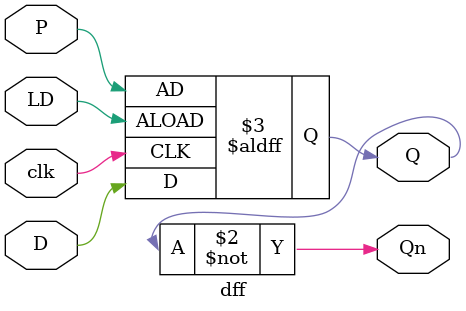
<source format=v>
`timescale  1ns / 1ps

module dff (
    input clk,
    input LD,

    input P,
    input D,
    output reg Q,
    output Qn
);

    always @(posedge clk or posedge LD) begin
        if (LD) begin
            Q <= P;
        end else begin
            Q <= D;
        end
    end
    
    assign Qn = ~Q;
    
endmodule
</source>
